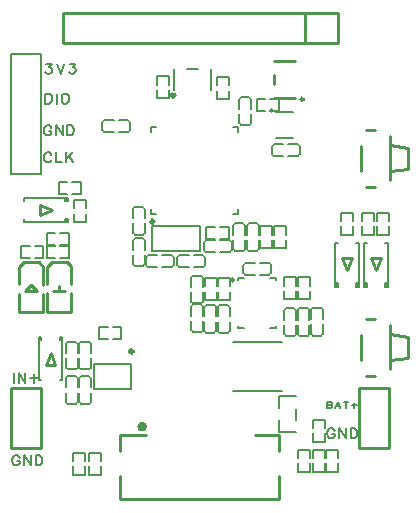
<source format=gto>
G04 Layer: TopSilkscreenLayer*
G04 EasyEDA Pro v2.1.57.773a98f1.225d47, 2024-05-26 20:13:26*
G04 Gerber Generator version 0.3*
G04 Scale: 100 percent, Rotated: No, Reflected: No*
G04 Dimensions in millimeters*
G04 Leading zeros omitted, absolute positions, 3 integers and 5 decimals*
%FSLAX35Y35*%
%MOMM*%
%ADD10C,0.203*%
%ADD11C,0.2*%
%ADD12C,0.254*%
%ADD13C,0.1524*%
%ADD14C,0.2032*%
%ADD15C,0.1549*%
%ADD16C,0.15199*%
%ADD17C,0.25*%
%ADD18C,0.20066*%
%ADD19C,0.29972*%
%ADD20C,0.4*%
%ADD21C,0.3*%
G75*


G04 Text Start*
G54D10*
G01X348488Y-498602D02*
G01X392938Y-498602D01*
G01X368808Y-531114D01*
G01X381000D01*
G01X388874Y-535178D01*
G01X392938Y-539242D01*
G01X397002Y-551434D01*
G01Y-559562D01*
G01X392938Y-571500D01*
G01X384810Y-579628D01*
G01X372872Y-583692D01*
G01X360680D01*
G01X348488Y-579628D01*
G01X344424Y-575564D01*
G01X340360Y-567690D01*
G01X436880Y-498602D02*
G01X469138Y-583692D01*
G01X501650Y-498602D02*
G01X469138Y-583692D01*
G01X549402Y-498602D02*
G01X594106Y-498602D01*
G01X569722Y-531114D01*
G01X581914D01*
G01X590042Y-535178D01*
G01X594106Y-539242D01*
G01X598170Y-551434D01*
G01Y-559562D01*
G01X594106Y-571500D01*
G01X585978Y-579628D01*
G01X573786Y-583692D01*
G01X561594D01*
G01X549402Y-579628D01*
G01X545338Y-575564D01*
G01X541528Y-567690D01*
G01X340360Y-752602D02*
G01X340360Y-837692D01*
G01X340360Y-752602D02*
G01X368808Y-752602D01*
G01X381000Y-756666D01*
G01X388874Y-764794D01*
G01X392938Y-772922D01*
G01X397002Y-785114D01*
G01Y-805434D01*
G01X392938Y-817626D01*
G01X388874Y-825500D01*
G01X381000Y-833628D01*
G01X368808Y-837692D01*
G01X340360D01*
G01X436880Y-752602D02*
G01X436880Y-837692D01*
G01X500888Y-752602D02*
G01X492760Y-756666D01*
G01X484632Y-764794D01*
G01X480568Y-772922D01*
G01X476758Y-785114D01*
G01Y-805434D01*
G01X480568Y-817626D01*
G01X484632Y-825500D01*
G01X492760Y-833628D01*
G01X500888Y-837692D01*
G01X517144D01*
G01X525272Y-833628D01*
G01X533400Y-825500D01*
G01X537464Y-817626D01*
G01X541528Y-805434D01*
G01Y-785114D01*
G01X537464Y-772922D01*
G01X533400Y-764794D01*
G01X525272Y-756666D01*
G01X517144Y-752602D01*
G01X500888D01*
G01X388366Y-1039622D02*
G01X384302Y-1031494D01*
G01X376174Y-1023366D01*
G01X368300Y-1019302D01*
G01X352044D01*
G01X343916Y-1023366D01*
G01X335788Y-1031494D01*
G01X331724Y-1039622D01*
G01X327660Y-1051814D01*
G01Y-1072134D01*
G01X331724Y-1084326D01*
G01X335788Y-1092200D01*
G01X343916Y-1100328D01*
G01X352044Y-1104392D01*
G01X368300D01*
G01X376174Y-1100328D01*
G01X384302Y-1092200D01*
G01X388366Y-1084326D01*
G01Y-1072134D01*
G01X368300Y-1072134D02*
G01X388366Y-1072134D01*
G01X428244Y-1019302D02*
G01X428244Y-1104392D01*
G01X428244Y-1019302D02*
G01X484886Y-1104392D01*
G01X484886Y-1019302D02*
G01X484886Y-1104392D01*
G01X524764Y-1019302D02*
G01X524764Y-1104392D01*
G01X524764Y-1019302D02*
G01X552958Y-1019302D01*
G01X565150Y-1023366D01*
G01X573278Y-1031494D01*
G01X577342Y-1039622D01*
G01X581406Y-1051814D01*
G01Y-1072134D01*
G01X577342Y-1084326D01*
G01X573278Y-1092200D01*
G01X565150Y-1100328D01*
G01X552958Y-1104392D01*
G01X524764D01*
G01X388366Y-1268222D02*
G01X384302Y-1260094D01*
G01X376174Y-1251966D01*
G01X368300Y-1247902D01*
G01X352044D01*
G01X343916Y-1251966D01*
G01X335788Y-1260094D01*
G01X331724Y-1268222D01*
G01X327660Y-1280414D01*
G01Y-1300734D01*
G01X331724Y-1312926D01*
G01X335788Y-1320800D01*
G01X343916Y-1328928D01*
G01X352044Y-1332992D01*
G01X368300D01*
G01X376174Y-1328928D01*
G01X384302Y-1320800D01*
G01X388366Y-1312926D01*
G01X428244Y-1247902D02*
G01X428244Y-1332992D01*
G01X428244Y-1332992D02*
G01X476758Y-1332992D01*
G01X516636Y-1247902D02*
G01X516636Y-1332992D01*
G01X573278Y-1247902D02*
G01X516636Y-1304798D01*
G01X536702Y-1284478D02*
G01X573278Y-1332992D01*
G01X73660Y-3114802D02*
G01X73660Y-3199892D01*
G01X113538Y-3114802D02*
G01X113538Y-3199892D01*
G01X113538Y-3114802D02*
G01X170180Y-3199892D01*
G01X170180Y-3114802D02*
G01X170180Y-3199892D01*
G01X246380Y-3126994D02*
G01X246380Y-3199892D01*
G01X210058Y-3163570D02*
G01X282956Y-3163570D01*
G01X121666Y-3833622D02*
G01X117602Y-3825494D01*
G01X109474Y-3817366D01*
G01X101600Y-3813302D01*
G01X85344D01*
G01X77216Y-3817366D01*
G01X69088Y-3825494D01*
G01X65024Y-3833622D01*
G01X60960Y-3845814D01*
G01Y-3866134D01*
G01X65024Y-3878326D01*
G01X69088Y-3886200D01*
G01X77216Y-3894328D01*
G01X85344Y-3898392D01*
G01X101600D01*
G01X109474Y-3894328D01*
G01X117602Y-3886200D01*
G01X121666Y-3878326D01*
G01Y-3866134D01*
G01X101600Y-3866134D02*
G01X121666Y-3866134D01*
G01X161544Y-3813302D02*
G01X161544Y-3898392D01*
G01X161544Y-3813302D02*
G01X218186Y-3898392D01*
G01X218186Y-3813302D02*
G01X218186Y-3898392D01*
G01X258064Y-3813302D02*
G01X258064Y-3898392D01*
G01X258064Y-3813302D02*
G01X286258Y-3813302D01*
G01X298450Y-3817366D01*
G01X306578Y-3825494D01*
G01X310642Y-3833622D01*
G01X314706Y-3845814D01*
G01Y-3866134D01*
G01X310642Y-3878326D01*
G01X306578Y-3886200D01*
G01X298450Y-3894328D01*
G01X286258Y-3898392D01*
G01X258064D01*
G01X2727960Y-3361690D02*
G01X2727960Y-3414014D01*
G01X2727960Y-3361690D02*
G01X2750312Y-3361690D01*
G01X2757932Y-3364230D01*
G01X2760218Y-3366770D01*
G01X2762758Y-3371850D01*
G01Y-3376676D01*
G01X2760218Y-3381756D01*
G01X2757932Y-3384296D01*
G01X2750312Y-3386836D01*
G01X2727960Y-3386836D02*
G01X2750312Y-3386836D01*
G01X2757932Y-3389122D01*
G01X2760218Y-3391662D01*
G01X2762758Y-3396742D01*
G01Y-3404108D01*
G01X2760218Y-3409188D01*
G01X2757932Y-3411728D01*
G01X2750312Y-3414014D01*
G01X2727960D01*
G01X2814828Y-3361690D02*
G01X2795016Y-3414014D01*
G01X2814828Y-3361690D02*
G01X2834894Y-3414014D01*
G01X2802382Y-3396742D02*
G01X2827274Y-3396742D01*
G01X2884678Y-3361690D02*
G01X2884678Y-3414014D01*
G01X2867152Y-3361690D02*
G01X2901950Y-3361690D01*
G01X2956560Y-3369310D02*
G01X2956560Y-3414014D01*
G01X2934208Y-3391662D02*
G01X2978912Y-3391662D01*
G01X2788666Y-3605022D02*
G01X2784602Y-3596894D01*
G01X2776474Y-3588766D01*
G01X2768600Y-3584702D01*
G01X2752344D01*
G01X2744216Y-3588766D01*
G01X2736088Y-3596894D01*
G01X2732024Y-3605022D01*
G01X2727960Y-3617214D01*
G01Y-3637534D01*
G01X2732024Y-3649726D01*
G01X2736088Y-3657600D01*
G01X2744216Y-3665728D01*
G01X2752344Y-3669792D01*
G01X2768600D01*
G01X2776474Y-3665728D01*
G01X2784602Y-3657600D01*
G01X2788666Y-3649726D01*
G01Y-3637534D01*
G01X2768600Y-3637534D02*
G01X2788666Y-3637534D01*
G01X2828544Y-3584702D02*
G01X2828544Y-3669792D01*
G01X2828544Y-3584702D02*
G01X2885186Y-3669792D01*
G01X2885186Y-3584702D02*
G01X2885186Y-3669792D01*
G01X2925064Y-3584702D02*
G01X2925064Y-3669792D01*
G01X2925064Y-3584702D02*
G01X2953258Y-3584702D01*
G01X2965450Y-3588766D01*
G01X2973578Y-3596894D01*
G01X2977642Y-3605022D01*
G01X2981706Y-3617214D01*
G01Y-3637534D01*
G01X2977642Y-3649726D01*
G01X2973578Y-3657600D01*
G01X2965450Y-3665728D01*
G01X2953258Y-3669792D01*
G01X2925064D01*
G04 Text End*

G04 PolygonModel Start*
G54D11*
G01X2432215Y-906000D02*
G01X2292210Y-906000D01*
G01X2432215Y-1126000D02*
G01X2292210Y-1126000D01*
G01X2253120Y-906579D02*
G03X2252866Y-906579I-127J12502D01*
G54D12*
G01X2272195Y-790006D02*
G01X2452197Y-790006D01*
G01X2272195Y-675008D02*
G01X2272195Y-595005D01*
G01X2272195Y-480004D02*
G01X2452197Y-480004D01*
G01X975005Y-3780803D02*
G01X975005Y-3643005D01*
G01X975005Y-3643005D02*
G01X1193003Y-3643005D01*
G01X2319000Y-3987051D02*
G01X2319000Y-4187005D01*
G01X2319000Y-4187005D02*
G01X975005Y-4187005D01*
G01X975005Y-4187005D02*
G01X975005Y-3987051D01*
G01X2113001Y-3641006D02*
G01X2319000Y-3641006D01*
G01X2319000Y-3641006D02*
G01X2319000Y-3780803D01*
G54D13*
G01X1742694Y-725170D02*
G01X1742694Y-544830D01*
G01X1432306Y-725170D02*
G01X1432306Y-544830D01*
G01X1632966Y-544830D02*
G01X1542034Y-544830D01*
G54D14*
G01X307000Y-1435100D02*
G01X53000Y-1435100D01*
G01X53000Y-1435100D02*
G01X53000Y-419100D01*
G01X53000Y-419100D02*
G01X307000Y-419100D01*
G01X307000Y-419100D02*
G01X307000Y-609600D01*
G01X307000Y-1435100D02*
G01X307000Y-609600D01*
G54D13*
G01X2704160Y-3629421D02*
G01X2704160Y-3701224D01*
G01X2704160Y-3701224D02*
G01X2604440Y-3701224D01*
G01X2604440Y-3701224D02*
G01X2604440Y-3629421D01*
G01X2704160Y-3584179D02*
G01X2704160Y-3512375D01*
G01X2704160Y-3512375D02*
G01X2604440Y-3512375D01*
G01X2604440Y-3512375D02*
G01X2604440Y-3584179D01*
G01X2145360Y-2070130D02*
G01X2145360Y-1991121D01*
G01X2045640Y-1991121D02*
G01X2045640Y-2070130D01*
G01X2060880Y-2085370D02*
G01X2130120Y-2085370D01*
G01X2145360Y-1866870D02*
G01X2145360Y-1945879D01*
G01X2045640Y-1945879D02*
G01X2045640Y-1866870D01*
G01X2060880Y-1851630D02*
G01X2130120Y-1851630D01*
G01X2045640Y-2070130D02*
G03X2060880Y-2085370I15240J0D01*
G01X2130120Y-2085370D02*
G03X2145360Y-2070130I0J15240D01*
G01X2045640Y-1866870D02*
G02X2060880Y-1851630I15240J0D01*
G01X2130120Y-1851630D02*
G02X2145360Y-1866870I0J-15240D01*
G01X2259660Y-1991121D02*
G01X2259660Y-2062924D01*
G01X2259660Y-2062924D02*
G01X2159940Y-2062924D01*
G01X2159940Y-2062924D02*
G01X2159940Y-1991121D01*
G01X2259660Y-1945879D02*
G01X2259660Y-1874075D01*
G01X2259660Y-1874075D02*
G01X2159940Y-1874075D01*
G01X2159940Y-1874075D02*
G01X2159940Y-1945879D01*
G01X2274240Y-1945879D02*
G01X2274240Y-1874075D01*
G01X2274240Y-1874075D02*
G01X2373960Y-1874075D01*
G01X2373960Y-1874075D02*
G01X2373960Y-1945879D01*
G01X2274240Y-1991121D02*
G01X2274240Y-2062924D01*
G01X2274240Y-2062924D02*
G01X2373960Y-2062924D01*
G01X2373960Y-2062924D02*
G01X2373960Y-1991121D01*
G01X626775Y-3160773D02*
G01X626775Y-3239782D01*
G01X726495Y-3239782D02*
G01X726495Y-3160773D01*
G01X711255Y-3145533D02*
G01X642015Y-3145533D01*
G01X626775Y-3364034D02*
G01X626775Y-3285025D01*
G01X726495Y-3285025D02*
G01X726495Y-3364034D01*
G01X711255Y-3379274D02*
G01X642015Y-3379274D01*
G01X726495Y-3160773D02*
G03X711255Y-3145533I-15240J0D01*
G01X642015Y-3145533D02*
G03X626775Y-3160773I0J-15240D01*
G01X726495Y-3364034D02*
G02X711255Y-3379274I-15240J0D01*
G01X642015Y-3379274D02*
G02X626775Y-3364034I0J15240D01*
G01X512475Y-3160773D02*
G01X512475Y-3239782D01*
G01X612195Y-3239782D02*
G01X612195Y-3160773D01*
G01X596955Y-3145533D02*
G01X527715Y-3145533D01*
G01X512475Y-3364034D02*
G01X512475Y-3285025D01*
G01X612195Y-3285025D02*
G01X612195Y-3364034D01*
G01X596955Y-3379274D02*
G01X527715Y-3379274D01*
G01X612195Y-3160773D02*
G03X596955Y-3145533I-15240J0D01*
G01X527715Y-3145533D02*
G03X512475Y-3160773I0J-15240D01*
G01X612195Y-3364034D02*
G02X596955Y-3379274I-15240J0D01*
G01X527715Y-3379274D02*
G02X512475Y-3364034I0J15240D01*
G01X612195Y-3071934D02*
G01X612195Y-2992925D01*
G01X512475Y-2992925D02*
G01X512475Y-3071934D01*
G01X527715Y-3087174D02*
G01X596955Y-3087174D01*
G01X612195Y-2868673D02*
G01X612195Y-2947682D01*
G01X512475Y-2947682D02*
G01X512475Y-2868673D01*
G01X527715Y-2853433D02*
G01X596955Y-2853433D01*
G01X512475Y-3071934D02*
G03X527715Y-3087174I15240J0D01*
G01X596955Y-3087174D02*
G03X612195Y-3071934I0J15240D01*
G01X512475Y-2868673D02*
G02X527715Y-2853433I15240J0D01*
G01X596955Y-2853433D02*
G02X612195Y-2868673I0J-15240D01*
G01X726495Y-3071934D02*
G01X726495Y-2992925D01*
G01X626775Y-2992925D02*
G01X626775Y-3071934D01*
G01X642015Y-3087174D02*
G01X711255Y-3087174D01*
G01X726495Y-2868673D02*
G01X726495Y-2947682D01*
G01X626775Y-2947682D02*
G01X626775Y-2868673D01*
G01X642015Y-2853433D02*
G01X711255Y-2853433D01*
G01X626775Y-3071934D02*
G03X642015Y-3087174I15240J0D01*
G01X711255Y-3087174D02*
G03X726495Y-3071934I0J15240D01*
G01X626775Y-2868673D02*
G02X642015Y-2853433I15240J0D01*
G01X711255Y-2853433D02*
G02X726495Y-2868673I0J-15240D01*
G01X911621Y-2731440D02*
G01X983425Y-2731440D01*
G01X983425Y-2731440D02*
G01X983425Y-2831160D01*
G01X983425Y-2831160D02*
G01X911621Y-2831160D01*
G01X866379Y-2731440D02*
G01X794576Y-2731440D01*
G01X794576Y-2731440D02*
G01X794576Y-2831160D01*
G01X794576Y-2831160D02*
G01X866379Y-2831160D01*
G54D12*
G01X355473Y-2444623D02*
G01X355473Y-2599563D01*
G01X355473Y-2599563D02*
G01X558673Y-2599563D01*
G01X558673Y-2599563D02*
G01X558673Y-2444623D01*
G01X352933Y-2365883D02*
G01X352933Y-2218563D01*
G01X352933Y-2218563D02*
G01X393573Y-2177923D01*
G01X393573Y-2177923D02*
G01X520573Y-2177923D01*
G01X520573Y-2177923D02*
G01X558673Y-2216023D01*
G01X558673Y-2216023D02*
G01X558673Y-2368423D01*
G01X507200Y-2420300D02*
G01X407175Y-2420300D01*
G01X457200Y-2410308D02*
G01X457200Y-2383409D01*
G54D13*
G01X467121Y-1931340D02*
G01X538925Y-1931340D01*
G01X538925Y-1931340D02*
G01X538925Y-2031060D01*
G01X538925Y-2031060D02*
G01X467121Y-2031060D01*
G01X421879Y-1931340D02*
G01X350076Y-1931340D01*
G01X350076Y-1931340D02*
G01X350076Y-2031060D01*
G01X350076Y-2031060D02*
G01X421879Y-2031060D01*
G01X205979Y-2145360D02*
G01X134176Y-2145360D01*
G01X134176Y-2145360D02*
G01X134176Y-2045640D01*
G01X134176Y-2045640D02*
G01X205979Y-2045640D01*
G01X251221Y-2145360D02*
G01X323025Y-2145360D01*
G01X323025Y-2145360D02*
G01X323025Y-2045640D01*
G01X323025Y-2045640D02*
G01X251221Y-2045640D01*
G01X421879Y-2145360D02*
G01X350076Y-2145360D01*
G01X350076Y-2145360D02*
G01X350076Y-2045640D01*
G01X350076Y-2045640D02*
G01X421879Y-2045640D01*
G01X467121Y-2145360D02*
G01X538925Y-2145360D01*
G01X538925Y-2145360D02*
G01X538925Y-2045640D01*
G01X538925Y-2045640D02*
G01X467121Y-2045640D01*
G54D16*
G01X2817581Y-2356178D02*
G01X2817581Y-2387100D01*
G01X2973608Y-2356178D02*
G01X2973608Y-2387100D01*
G01X2973608Y-2366203D02*
G01X2995595Y-2366203D01*
G01X2795595Y-2366203D02*
G01X2817581Y-2366203D01*
G01X2817581Y-2376231D02*
G01X2795595Y-2376231D01*
G01X2995595Y-2376231D02*
G01X2973608Y-2376231D01*
G01X2973608Y-2356178D02*
G01X2995595Y-2356178D01*
G01X2795595Y-2356178D02*
G01X2817581Y-2356178D01*
G01X2817581Y-2017100D02*
G01X2795595Y-2017100D01*
G01X2795595Y-2017100D02*
G01X2795595Y-2077100D01*
G01X2973608Y-2387100D02*
G01X2995595Y-2387100D01*
G01X2995595Y-2387100D02*
G01X2995595Y-2037100D01*
G01X2995595Y-2037100D02*
G01X2995595Y-2017100D01*
G01X2995595Y-2017100D02*
G01X2973608Y-2017100D01*
G01X2795595Y-2057100D02*
G01X2795595Y-2387100D01*
G01X2795595Y-2387100D02*
G01X2817581Y-2387100D01*
G54D12*
G01X2895595Y-2247900D02*
G01X2854955Y-2146300D01*
G01X2854955Y-2146300D02*
G01X2936235Y-2146300D01*
G01X2936235Y-2146300D02*
G01X2895595Y-2247900D01*
G54D13*
G01X2945460Y-1876821D02*
G01X2945460Y-1948624D01*
G01X2945460Y-1948624D02*
G01X2845740Y-1948624D01*
G01X2845740Y-1948624D02*
G01X2845740Y-1876821D01*
G01X2945460Y-1831579D02*
G01X2945460Y-1759775D01*
G01X2945460Y-1759775D02*
G01X2845740Y-1759775D01*
G01X2845740Y-1759775D02*
G01X2845740Y-1831579D01*
G01X2477440Y-2377679D02*
G01X2477440Y-2305875D01*
G01X2477440Y-2305875D02*
G01X2577160Y-2305875D01*
G01X2577160Y-2305875D02*
G01X2577160Y-2377679D01*
G01X2477440Y-2422921D02*
G01X2477440Y-2494724D01*
G01X2477440Y-2494724D02*
G01X2577160Y-2494724D01*
G01X2577160Y-2494724D02*
G01X2577160Y-2422921D01*
G01X3150540Y-1831579D02*
G01X3150540Y-1759775D01*
G01X3150540Y-1759775D02*
G01X3250260Y-1759775D01*
G01X3250260Y-1759775D02*
G01X3250260Y-1831579D01*
G01X3150540Y-1876821D02*
G01X3150540Y-1948624D01*
G01X3150540Y-1948624D02*
G01X3250260Y-1948624D01*
G01X3250260Y-1948624D02*
G01X3250260Y-1876821D01*
G01X3123260Y-1876821D02*
G01X3123260Y-1948624D01*
G01X3123260Y-1948624D02*
G01X3023540Y-1948624D01*
G01X3023540Y-1948624D02*
G01X3023540Y-1876821D01*
G01X3123260Y-1831579D02*
G01X3123260Y-1759775D01*
G01X3123260Y-1759775D02*
G01X3023540Y-1759775D01*
G01X3023540Y-1759775D02*
G01X3023540Y-1831579D01*
G54D12*
G01X3260114Y-3009982D02*
G01X3409974Y-2989916D01*
G01X3260114Y-2790018D02*
G01X3409974Y-2810084D01*
G01X3409974Y-2810084D02*
G01X3409974Y-2989916D01*
G01X3056406Y-3140030D02*
G01X3127018Y-3140030D01*
G01X3056406Y-2659970D02*
G01X3127018Y-2659970D01*
G01X3259860Y-2810084D02*
G01X3259860Y-2713056D01*
G01X3259860Y-2713056D02*
G01X3259860Y-2810084D01*
G01X3259860Y-2810084D02*
G01X3259860Y-2989916D01*
G01X3259860Y-2989916D02*
G01X3259860Y-3086944D01*
G01X3009924Y-2795098D02*
G01X3009924Y-3004902D01*
G54D16*
G01X3058881Y-2356178D02*
G01X3058881Y-2387100D01*
G01X3214908Y-2356178D02*
G01X3214908Y-2387100D01*
G01X3214908Y-2366203D02*
G01X3236895Y-2366203D01*
G01X3036895Y-2366203D02*
G01X3058881Y-2366203D01*
G01X3058881Y-2376231D02*
G01X3036895Y-2376231D01*
G01X3236895Y-2376231D02*
G01X3214908Y-2376231D01*
G01X3214908Y-2356178D02*
G01X3236895Y-2356178D01*
G01X3036895Y-2356178D02*
G01X3058881Y-2356178D01*
G01X3058881Y-2017100D02*
G01X3036895Y-2017100D01*
G01X3036895Y-2017100D02*
G01X3036895Y-2077100D01*
G01X3214908Y-2387100D02*
G01X3236895Y-2387100D01*
G01X3236895Y-2387100D02*
G01X3236895Y-2037100D01*
G01X3236895Y-2037100D02*
G01X3236895Y-2017100D01*
G01X3236895Y-2017100D02*
G01X3214908Y-2017100D01*
G01X3036895Y-2057100D02*
G01X3036895Y-2387100D01*
G01X3036895Y-2387100D02*
G01X3058881Y-2387100D01*
G54D12*
G01X3136895Y-2247900D02*
G01X3096255Y-2146300D01*
G01X3096255Y-2146300D02*
G01X3177535Y-2146300D01*
G01X3177535Y-2146300D02*
G01X3136895Y-2247900D01*
G54D13*
G01X2341118Y-3266948D02*
G01X2341118Y-3268218D01*
G01X2341118Y-3268218D02*
G01X1926082Y-3268218D01*
G01X1926082Y-3268218D02*
G01X1926082Y-3266948D01*
G01X2341118Y-2854452D02*
G01X2341118Y-2853182D01*
G01X2341118Y-2853182D02*
G01X1926082Y-2853182D01*
G01X1926082Y-2853182D02*
G01X1926082Y-2854452D01*
G01X2461739Y-2789458D02*
G01X2461739Y-2710449D01*
G01X2362019Y-2710449D02*
G01X2362019Y-2789458D01*
G01X2377259Y-2804698D02*
G01X2446499Y-2804698D01*
G01X2461739Y-2586197D02*
G01X2461739Y-2665206D01*
G01X2362019Y-2665206D02*
G01X2362019Y-2586197D01*
G01X2377259Y-2570957D02*
G01X2446499Y-2570957D01*
G01X2362019Y-2789458D02*
G03X2377259Y-2804698I15240J0D01*
G01X2446499Y-2804698D02*
G03X2461739Y-2789458I0J15240D01*
G01X2362019Y-2586197D02*
G02X2377259Y-2570957I15240J0D01*
G01X2446499Y-2570957D02*
G02X2461739Y-2586197I0J-15240D01*
G01X2690339Y-2785750D02*
G01X2690339Y-2706740D01*
G01X2590619Y-2706740D02*
G01X2590619Y-2785750D01*
G01X2605859Y-2800990D02*
G01X2675099Y-2800990D01*
G01X2690339Y-2582489D02*
G01X2690339Y-2661498D01*
G01X2590619Y-2661498D02*
G01X2590619Y-2582489D01*
G01X2605859Y-2567249D02*
G01X2675099Y-2567249D01*
G01X2590619Y-2785750D02*
G03X2605859Y-2800990I15240J0D01*
G01X2675099Y-2800990D02*
G03X2690339Y-2785750I0J15240D01*
G01X2590619Y-2582489D02*
G02X2605859Y-2567249I15240J0D01*
G01X2675099Y-2567249D02*
G02X2690339Y-2582489I0J-15240D01*
G01X2576039Y-2789458D02*
G01X2576039Y-2710449D01*
G01X2476319Y-2710449D02*
G01X2476319Y-2789458D01*
G01X2491559Y-2804698D02*
G01X2560799Y-2804698D01*
G01X2576039Y-2586197D02*
G01X2576039Y-2665206D01*
G01X2476319Y-2665206D02*
G01X2476319Y-2586197D01*
G01X2491559Y-2570957D02*
G01X2560799Y-2570957D01*
G01X2476319Y-2789458D02*
G03X2491559Y-2804698I15240J0D01*
G01X2560799Y-2804698D02*
G03X2576039Y-2789458I0J15240D01*
G01X2476319Y-2586197D02*
G02X2491559Y-2570957I15240J0D01*
G01X2560799Y-2570957D02*
G02X2576039Y-2586197I0J-15240D01*
G01X2235230Y-2185340D02*
G01X2156221Y-2185340D01*
G01X2156221Y-2285060D02*
G01X2235230Y-2285060D01*
G01X2250470Y-2269820D02*
G01X2250470Y-2200580D01*
G01X2031970Y-2185340D02*
G01X2110979Y-2185340D01*
G01X2110979Y-2285060D02*
G01X2031970Y-2285060D01*
G01X2016730Y-2269820D02*
G01X2016730Y-2200580D01*
G01X2235230Y-2285060D02*
G03X2250470Y-2269820I0J15240D01*
G01X2250470Y-2200580D02*
G03X2235230Y-2185340I-15240J0D01*
G01X2031970Y-2285060D02*
G02X2016730Y-2269820I0J15240D01*
G01X2016730Y-2200580D02*
G02X2031970Y-2185340I15240J0D01*
G01X1804389Y-2384739D02*
G01X1804389Y-2312936D01*
G01X1804389Y-2312936D02*
G01X1904110Y-2312936D01*
G01X1904110Y-2312936D02*
G01X1904110Y-2384739D01*
G01X1804389Y-2429982D02*
G01X1804389Y-2501785D01*
G01X1804389Y-2501785D02*
G01X1904110Y-2501785D01*
G01X1904110Y-2501785D02*
G01X1904110Y-2429982D01*
G01X1690089Y-2384739D02*
G01X1690089Y-2312936D01*
G01X1690089Y-2312936D02*
G01X1789810Y-2312936D01*
G01X1789810Y-2312936D02*
G01X1789810Y-2384739D01*
G01X1690089Y-2429982D02*
G01X1690089Y-2501785D01*
G01X1690089Y-2501785D02*
G01X1789810Y-2501785D01*
G01X1789810Y-2501785D02*
G01X1789810Y-2429982D01*
G01X1675460Y-2755930D02*
G01X1675460Y-2676921D01*
G01X1575740Y-2676921D02*
G01X1575740Y-2755930D01*
G01X1590980Y-2771170D02*
G01X1660220Y-2771170D01*
G01X1675460Y-2552670D02*
G01X1675460Y-2631679D01*
G01X1575740Y-2631679D02*
G01X1575740Y-2552670D01*
G01X1590980Y-2537430D02*
G01X1660220Y-2537430D01*
G01X1575740Y-2755930D02*
G03X1590980Y-2771170I15240J0D01*
G01X1660220Y-2771170D02*
G03X1675460Y-2755930I0J15240D01*
G01X1575740Y-2552670D02*
G02X1590980Y-2537430I15240J0D01*
G01X1660220Y-2537430D02*
G02X1675460Y-2552670I0J-15240D01*
G01X1784630Y-2761337D02*
G01X1784630Y-2682328D01*
G01X1684910Y-2682328D02*
G01X1684910Y-2761337D01*
G01X1700150Y-2776577D02*
G01X1769390Y-2776577D01*
G01X1784630Y-2558076D02*
G01X1784630Y-2637085D01*
G01X1684910Y-2637085D02*
G01X1684910Y-2558076D01*
G01X1700150Y-2542836D02*
G01X1769390Y-2542836D01*
G01X1684910Y-2761337D02*
G03X1700150Y-2776577I15240J0D01*
G01X1769390Y-2776577D02*
G03X1784630Y-2761337I0J15240D01*
G01X1684910Y-2558076D02*
G02X1700150Y-2542836I15240J0D01*
G01X1769390Y-2542836D02*
G02X1784630Y-2558076I0J-15240D01*
G01X1898930Y-2761337D02*
G01X1898930Y-2682328D01*
G01X1799210Y-2682328D02*
G01X1799210Y-2761337D01*
G01X1814450Y-2776577D02*
G01X1883690Y-2776577D01*
G01X1898930Y-2558076D02*
G01X1898930Y-2637085D01*
G01X1799210Y-2637085D02*
G01X1799210Y-2558076D01*
G01X1814450Y-2542836D02*
G01X1883690Y-2542836D01*
G01X1799210Y-2761337D02*
G03X1814450Y-2776577I15240J0D01*
G01X1883690Y-2776577D02*
G03X1898930Y-2761337I0J15240D01*
G01X1799210Y-2558076D02*
G02X1814450Y-2542836I15240J0D01*
G01X1883690Y-2542836D02*
G02X1898930Y-2558076I0J-15240D01*
G01X1575789Y-2309439D02*
G01X1575789Y-2388448D01*
G01X1675510Y-2388448D02*
G01X1675510Y-2309439D01*
G01X1660270Y-2294199D02*
G01X1591029Y-2294199D01*
G01X1575789Y-2512700D02*
G01X1575789Y-2433690D01*
G01X1675510Y-2433690D02*
G01X1675510Y-2512700D01*
G01X1660270Y-2527940D02*
G01X1591029Y-2527940D01*
G01X1675510Y-2309439D02*
G03X1660270Y-2294199I-15240J0D01*
G01X1591029Y-2294199D02*
G03X1575789Y-2309439I0J-15240D01*
G01X1675510Y-2512700D02*
G02X1660270Y-2527940I-15240J0D01*
G01X1591029Y-2527940D02*
G02X1575789Y-2512700I0J15240D01*
G54D11*
G01X2243876Y-2735216D02*
G01X2293876Y-2735216D01*
G01X2293876Y-2735216D02*
G01X2293876Y-2718216D01*
G01X2023877Y-2735216D02*
G01X1973877Y-2735216D01*
G01X1973877Y-2735216D02*
G01X1973877Y-2718216D01*
G01X2243876Y-2315217D02*
G01X2293876Y-2315217D01*
G01X2293876Y-2315217D02*
G01X2293876Y-2332217D01*
G01X1973877Y-2332217D02*
G01X1973877Y-2315217D01*
G01X1973877Y-2315217D02*
G01X2023877Y-2315217D01*
G54D17*
G01X1936264Y-2330144D02*
G03X1936264Y-2330398I-12502J-127D01*
G54D13*
G01X1065554Y-3039955D02*
G01X1065554Y-3254234D01*
G01X1065554Y-3254234D02*
G01X750315Y-3254234D01*
G01X750315Y-3254234D02*
G01X750315Y-3039955D01*
G01X750315Y-3039955D02*
G01X1065554Y-3039955D01*
G01X2577160Y-3883421D02*
G01X2577160Y-3955224D01*
G01X2577160Y-3955224D02*
G01X2477440Y-3955224D01*
G01X2477440Y-3955224D02*
G01X2477440Y-3883421D01*
G01X2577160Y-3838179D02*
G01X2577160Y-3766375D01*
G01X2577160Y-3766375D02*
G01X2477440Y-3766375D01*
G01X2477440Y-3766375D02*
G01X2477440Y-3838179D01*
G01X2704160Y-3883421D02*
G01X2704160Y-3955224D01*
G01X2704160Y-3955224D02*
G01X2604440Y-3955224D01*
G01X2604440Y-3955224D02*
G01X2604440Y-3883421D01*
G01X2704160Y-3838179D02*
G01X2704160Y-3766375D01*
G01X2704160Y-3766375D02*
G01X2604440Y-3766375D01*
G01X2604440Y-3766375D02*
G01X2604440Y-3838179D01*
G01X2818460Y-3883421D02*
G01X2818460Y-3955224D01*
G01X2818460Y-3955224D02*
G01X2718740Y-3955224D01*
G01X2718740Y-3955224D02*
G01X2718740Y-3883421D01*
G01X2818460Y-3838179D02*
G01X2818460Y-3766375D01*
G01X2818460Y-3766375D02*
G01X2718740Y-3766375D01*
G01X2718740Y-3766375D02*
G01X2718740Y-3838179D01*
G01X811860Y-3908821D02*
G01X811860Y-3980624D01*
G01X811860Y-3980624D02*
G01X712140Y-3980624D01*
G01X712140Y-3980624D02*
G01X712140Y-3908821D01*
G01X811860Y-3863579D02*
G01X811860Y-3791775D01*
G01X811860Y-3791775D02*
G01X712140Y-3791775D01*
G01X712140Y-3791775D02*
G01X712140Y-3863579D01*
G01X672160Y-3908821D02*
G01X672160Y-3980624D01*
G01X672160Y-3980624D02*
G01X572440Y-3980624D01*
G01X572440Y-3980624D02*
G01X572440Y-3908821D01*
G01X672160Y-3863579D02*
G01X672160Y-3791775D01*
G01X672160Y-3791775D02*
G01X572440Y-3791775D01*
G01X572440Y-3791775D02*
G01X572440Y-3863579D01*
G01X2460221Y-3314479D02*
G01X2314979Y-3314479D01*
G01X2314979Y-3314479D02*
G01X2314979Y-3417641D01*
G01X2460221Y-3619721D02*
G01X2314979Y-3619721D01*
G01X2314979Y-3619721D02*
G01X2314979Y-3516559D01*
G01X2460221Y-3421560D02*
G01X2460221Y-3512640D01*
G54D12*
G01X3260114Y-1409982D02*
G01X3409974Y-1389916D01*
G01X3260114Y-1190018D02*
G01X3409974Y-1210084D01*
G01X3409974Y-1210084D02*
G01X3409974Y-1389916D01*
G01X3056406Y-1540030D02*
G01X3127018Y-1540030D01*
G01X3056406Y-1059970D02*
G01X3127018Y-1059970D01*
G01X3259860Y-1210084D02*
G01X3259860Y-1113056D01*
G01X3259860Y-1113056D02*
G01X3259860Y-1210084D01*
G01X3259860Y-1210084D02*
G01X3259860Y-1389916D01*
G01X3259860Y-1389916D02*
G01X3259860Y-1486944D01*
G01X3009924Y-1195098D02*
G01X3009924Y-1404902D01*
G54D13*
G01X2476530Y-1182040D02*
G01X2397521Y-1182040D01*
G01X2397521Y-1281760D02*
G01X2476530Y-1281760D01*
G01X2491770Y-1266520D02*
G01X2491770Y-1197280D01*
G01X2273270Y-1182040D02*
G01X2352279Y-1182040D01*
G01X2352279Y-1281760D02*
G01X2273270Y-1281760D01*
G01X2258030Y-1266520D02*
G01X2258030Y-1197280D01*
G01X2476530Y-1281760D02*
G03X2491770Y-1266520I0J15240D01*
G01X2491770Y-1197280D02*
G03X2476530Y-1182040I-15240J0D01*
G01X2273270Y-1281760D02*
G02X2258030Y-1266520I0J15240D01*
G01X2258030Y-1197280D02*
G02X2273270Y-1182040I15240J0D01*
G01X523479Y-1599260D02*
G01X451676Y-1599260D01*
G01X451676Y-1599260D02*
G01X451676Y-1499540D01*
G01X451676Y-1499540D02*
G01X523479Y-1499540D01*
G01X568721Y-1599260D02*
G01X640525Y-1599260D01*
G01X640525Y-1599260D02*
G01X640525Y-1499540D01*
G01X640525Y-1499540D02*
G01X568721Y-1499540D01*
G01X1676430Y-2121840D02*
G01X1597421Y-2121840D01*
G01X1597421Y-2221560D02*
G01X1676430Y-2221560D01*
G01X1691670Y-2206320D02*
G01X1691670Y-2137080D01*
G01X1473170Y-2121840D02*
G01X1552179Y-2121840D01*
G01X1552179Y-2221560D02*
G01X1473170Y-2221560D01*
G01X1457930Y-2206320D02*
G01X1457930Y-2137080D01*
G01X1676430Y-2221560D02*
G03X1691670Y-2206320I0J15240D01*
G01X1691670Y-2137080D02*
G03X1676430Y-2121840I-15240J0D01*
G01X1473170Y-2221560D02*
G02X1457930Y-2206320I0J15240D01*
G01X1457930Y-2137080D02*
G02X1473170Y-2121840I15240J0D01*
G01X1206470Y-2221560D02*
G01X1285479Y-2221560D01*
G01X1285479Y-2121840D02*
G01X1206470Y-2121840D01*
G01X1191230Y-2137080D02*
G01X1191230Y-2206320D01*
G01X1409730Y-2221560D02*
G01X1330721Y-2221560D01*
G01X1330721Y-2121840D02*
G01X1409730Y-2121840D01*
G01X1424970Y-2137080D02*
G01X1424970Y-2206320D01*
G01X1206470Y-2121840D02*
G03X1191230Y-2137080I0J-15240D01*
G01X1191230Y-2206320D02*
G03X1206470Y-2221560I15240J0D01*
G01X1409730Y-2121840D02*
G02X1424970Y-2137080I0J-15240D01*
G01X1424970Y-2206320D02*
G02X1409730Y-2221560I-15240J0D01*
G01X1244854Y-2089150D02*
G01X1244854Y-1873250D01*
G01X1244854Y-1873250D02*
G01X1650746Y-1873250D01*
G01X1650746Y-1873250D02*
G01X1650746Y-2089150D01*
G01X1650746Y-2089150D02*
G01X1244854Y-2089150D01*
G01X1698061Y-2094560D02*
G01X1777070Y-2094560D01*
G01X1777070Y-1994840D02*
G01X1698061Y-1994840D01*
G01X1682821Y-2010080D02*
G01X1682821Y-2079320D01*
G01X1901322Y-2094560D02*
G01X1822313Y-2094560D01*
G01X1822313Y-1994840D02*
G01X1901322Y-1994840D01*
G01X1916562Y-2010080D02*
G01X1916562Y-2079320D01*
G01X1698061Y-1994840D02*
G03X1682821Y-2010080I0J-15240D01*
G01X1682821Y-2079320D02*
G03X1698061Y-2094560I15240J0D01*
G01X1901322Y-1994840D02*
G02X1916562Y-2010080I0J-15240D01*
G01X1916562Y-2079320D02*
G02X1901322Y-2094560I-15240J0D01*
G01X1820840Y-1880540D02*
G01X1892643Y-1880540D01*
G01X1892643Y-1880540D02*
G01X1892643Y-1980260D01*
G01X1892643Y-1980260D02*
G01X1820840Y-1980260D01*
G01X1775597Y-1880540D02*
G01X1703794Y-1880540D01*
G01X1703794Y-1880540D02*
G01X1703794Y-1980260D01*
G01X1703794Y-1980260D02*
G01X1775597Y-1980260D01*
G01X1080440Y-1993870D02*
G01X1080440Y-2072879D01*
G01X1180160Y-2072879D02*
G01X1180160Y-1993870D01*
G01X1164920Y-1978630D02*
G01X1095680Y-1978630D01*
G01X1080440Y-2197130D02*
G01X1080440Y-2118121D01*
G01X1180160Y-2118121D02*
G01X1180160Y-2197130D01*
G01X1164920Y-2212370D02*
G01X1095680Y-2212370D01*
G01X1180160Y-1993870D02*
G03X1164920Y-1978630I-15240J0D01*
G01X1095680Y-1978630D02*
G03X1080440Y-1993870I0J-15240D01*
G01X1180160Y-2197130D02*
G02X1164920Y-2212370I-15240J0D01*
G01X1095680Y-2212370D02*
G02X1080440Y-2197130I0J15240D01*
G01X579958Y-1722460D02*
G01X579958Y-1650657D01*
G01X579958Y-1650657D02*
G01X679679Y-1650657D01*
G01X679679Y-1650657D02*
G01X679679Y-1722460D01*
G01X579958Y-1767703D02*
G01X579958Y-1839506D01*
G01X579958Y-1839506D02*
G01X679679Y-1839506D01*
G01X679679Y-1839506D02*
G01X679679Y-1767703D01*
G54D16*
G01X501978Y-1817919D02*
G01X532900Y-1817919D01*
G01X501978Y-1661892D02*
G01X532900Y-1661892D01*
G01X512003Y-1661892D02*
G01X512003Y-1639905D01*
G01X512003Y-1839905D02*
G01X512003Y-1817919D01*
G01X522031Y-1817919D02*
G01X522031Y-1839905D01*
G01X522031Y-1639905D02*
G01X522031Y-1661892D01*
G01X501978Y-1661892D02*
G01X501978Y-1639905D01*
G01X501978Y-1839905D02*
G01X501978Y-1817919D01*
G01X162900Y-1817919D02*
G01X162900Y-1839905D01*
G01X162900Y-1839905D02*
G01X222900Y-1839905D01*
G01X532900Y-1661892D02*
G01X532900Y-1639905D01*
G01X532900Y-1639905D02*
G01X182900Y-1639905D01*
G01X182900Y-1639905D02*
G01X162900Y-1639905D01*
G01X162900Y-1639905D02*
G01X162900Y-1661892D01*
G01X202900Y-1839905D02*
G01X532900Y-1839905D01*
G01X532900Y-1839905D02*
G01X532900Y-1817919D01*
G54D12*
G01X393700Y-1739905D02*
G01X292100Y-1780545D01*
G01X292100Y-1780545D02*
G01X292100Y-1699265D01*
G01X292100Y-1699265D02*
G01X393700Y-1739905D01*
G54D18*
G01X1970078Y-1729806D02*
G01X1970078Y-1772478D01*
G01X1970078Y-1772478D02*
G01X1927406Y-1772478D01*
G01X1970078Y-1074994D02*
G01X1970078Y-1032322D01*
G01X1970078Y-1032322D02*
G01X1927406Y-1032322D01*
G01X1229922Y-1074994D02*
G01X1229922Y-1032322D01*
G01X1229922Y-1032322D02*
G01X1272594Y-1032322D01*
G01X1272594Y-1772478D02*
G01X1229922Y-1772478D01*
G01X1229922Y-1772478D02*
G01X1229922Y-1729806D01*
G54D19*
G01X1244908Y-1822516D02*
G03X1245162Y-1822516I127J-15003D01*
G54D13*
G01X2245121Y-801040D02*
G01X2316925Y-801040D01*
G01X2316925Y-801040D02*
G01X2316925Y-900760D01*
G01X2316925Y-900760D02*
G01X2245121Y-900760D01*
G01X2199879Y-801040D02*
G01X2128076Y-801040D01*
G01X2128076Y-801040D02*
G01X2128076Y-900760D01*
G01X2128076Y-900760D02*
G01X2199879Y-900760D01*
G01X1080440Y-1727170D02*
G01X1080440Y-1806179D01*
G01X1180160Y-1806179D02*
G01X1180160Y-1727170D01*
G01X1164920Y-1711930D02*
G01X1095680Y-1711930D01*
G01X1080440Y-1930430D02*
G01X1080440Y-1851421D01*
G01X1180160Y-1851421D02*
G01X1180160Y-1930430D01*
G01X1164920Y-1945670D02*
G01X1095680Y-1945670D01*
G01X1180160Y-1727170D02*
G03X1164920Y-1711930I-15240J0D01*
G01X1095680Y-1711930D02*
G03X1080440Y-1727170I0J-15240D01*
G01X1180160Y-1930430D02*
G02X1164920Y-1945670I-15240J0D01*
G01X1095680Y-1945670D02*
G02X1080440Y-1930430I0J15240D01*
G01X2081860Y-1003330D02*
G01X2081860Y-924321D01*
G01X1982140Y-924321D02*
G01X1982140Y-1003330D01*
G01X1997380Y-1018570D02*
G01X2066620Y-1018570D01*
G01X2081860Y-800070D02*
G01X2081860Y-879079D01*
G01X1982140Y-879079D02*
G01X1982140Y-800070D01*
G01X1997380Y-784830D02*
G01X2066620Y-784830D01*
G01X1982140Y-1003330D02*
G03X1997380Y-1018570I15240J0D01*
G01X2066620Y-1018570D02*
G03X2081860Y-1003330I0J15240D01*
G01X1982140Y-800070D02*
G02X1997380Y-784830I15240J0D01*
G01X2066620Y-784830D02*
G02X2081860Y-800070I0J-15240D01*
G01X1041430Y-978840D02*
G01X962421Y-978840D01*
G01X962421Y-1078560D02*
G01X1041430Y-1078560D01*
G01X1056670Y-1063320D02*
G01X1056670Y-994080D01*
G01X838170Y-978840D02*
G01X917179Y-978840D01*
G01X917179Y-1078560D02*
G01X838170Y-1078560D01*
G01X822930Y-1063320D02*
G01X822930Y-994080D01*
G01X1041430Y-1078560D02*
G03X1056670Y-1063320I0J15240D01*
G01X1056670Y-994080D02*
G03X1041430Y-978840I-15240J0D01*
G01X838170Y-1078560D02*
G02X822930Y-1063320I0J15240D01*
G01X822930Y-994080D02*
G02X838170Y-978840I15240J0D01*
G01X1931340Y-1866870D02*
G01X1931340Y-1945879D01*
G01X2031060Y-1945879D02*
G01X2031060Y-1866870D01*
G01X2015820Y-1851630D02*
G01X1946580Y-1851630D01*
G01X1931340Y-2070130D02*
G01X1931340Y-1991121D01*
G01X2031060Y-1991121D02*
G01X2031060Y-2070130D01*
G01X2015820Y-2085370D02*
G01X1946580Y-2085370D01*
G01X2031060Y-1866870D02*
G03X2015820Y-1851630I-15240J0D01*
G01X1946580Y-1851630D02*
G03X1931340Y-1866870I0J-15240D01*
G01X2031060Y-2070130D02*
G02X2015820Y-2085370I-15240J0D01*
G01X1946580Y-2085370D02*
G02X1931340Y-2070130I0J15240D01*
G01X1891360Y-726303D02*
G01X1891360Y-798106D01*
G01X1891360Y-798106D02*
G01X1791640Y-798106D01*
G01X1791640Y-798106D02*
G01X1791640Y-726303D01*
G01X1891360Y-681060D02*
G01X1891360Y-609257D01*
G01X1891360Y-609257D02*
G01X1791640Y-609257D01*
G01X1791640Y-609257D02*
G01X1791640Y-681060D01*
G01X1383360Y-721121D02*
G01X1383360Y-792924D01*
G01X1383360Y-792924D02*
G01X1283640Y-792924D01*
G01X1283640Y-792924D02*
G01X1283640Y-721121D01*
G01X1383360Y-675879D02*
G01X1383360Y-604075D01*
G01X1383360Y-604075D02*
G01X1283640Y-604075D01*
G01X1283640Y-604075D02*
G01X1283640Y-675879D01*
G54D12*
G01X485999Y-327000D02*
G01X485999Y-73000D01*
G01X2814001Y-327000D02*
G01X485999Y-327000D01*
G01X2536648Y-327000D02*
G01X2536648Y-73000D01*
G01X2814001Y-73000D02*
G01X485999Y-73000D01*
G01X2814001Y-327000D02*
G01X2814001Y-73000D01*
G54D13*
G01X2363140Y-2377679D02*
G01X2363140Y-2305875D01*
G01X2363140Y-2305875D02*
G01X2462860Y-2305875D01*
G01X2462860Y-2305875D02*
G01X2462860Y-2377679D01*
G01X2363140Y-2422921D02*
G01X2363140Y-2494724D01*
G01X2363140Y-2494724D02*
G01X2462860Y-2494724D01*
G01X2462860Y-2494724D02*
G01X2462860Y-2422921D01*
G54D16*
G01X461857Y-2841579D02*
G01X461857Y-2810657D01*
G01X305830Y-2841579D02*
G01X305830Y-2810657D01*
G01X305830Y-2831554D02*
G01X283844Y-2831554D01*
G01X483843Y-2831554D02*
G01X461857Y-2831554D01*
G01X461857Y-2821526D02*
G01X483843Y-2821526D01*
G01X283844Y-2821526D02*
G01X305830Y-2821526D01*
G01X305830Y-2841579D02*
G01X283844Y-2841579D01*
G01X483843Y-2841579D02*
G01X461857Y-2841579D01*
G01X461857Y-3180657D02*
G01X483843Y-3180657D01*
G01X483843Y-3180657D02*
G01X483843Y-3120657D01*
G01X305830Y-2810657D02*
G01X283844Y-2810657D01*
G01X283844Y-2810657D02*
G01X283844Y-3160657D01*
G01X283844Y-3160657D02*
G01X283844Y-3180657D01*
G01X283844Y-3180657D02*
G01X305830Y-3180657D01*
G01X483843Y-3140657D02*
G01X483843Y-2810657D01*
G01X483843Y-2810657D02*
G01X461857Y-2810657D01*
G54D12*
G01X383844Y-2949857D02*
G01X424484Y-3051457D01*
G01X424484Y-3051457D02*
G01X343204Y-3051457D01*
G01X343204Y-3051457D02*
G01X383844Y-2949857D01*
G01X269554Y-2422164D02*
G01X229554Y-2382164D01*
G01X229554Y-2382164D02*
G01X219554Y-2372164D01*
G01X219554Y-2372164D02*
G01X209529Y-2382164D01*
G01X209529Y-2382164D02*
G01X169529Y-2422164D01*
G01X269554Y-2422164D02*
G01X169529Y-2422164D01*
G01X117827Y-2446487D02*
G01X117827Y-2601427D01*
G01X117827Y-2601427D02*
G01X321027Y-2601427D01*
G01X321027Y-2601427D02*
G01X321027Y-2446487D01*
G01X115287Y-2367747D02*
G01X115287Y-2220427D01*
G01X115287Y-2220427D02*
G01X155927Y-2179787D01*
G01X155927Y-2179787D02*
G01X282927Y-2179787D01*
G01X282927Y-2179787D02*
G01X321027Y-2217887D01*
G01X321027Y-2217887D02*
G01X321027Y-2370287D01*
G04 PolygonModel End*

G04 Rect Start*
G01X2993000Y-3754000D02*
G01X3247000Y-3754000D01*
G01Y-3246000D01*
G01X2993000D01*
G01Y-3754000D01*
G01X307000Y-3246000D02*
G01X53000Y-3246000D01*
G01Y-3754000D01*
G01X307000D01*
G01Y-3246000D01*
G04 Rect End*

G04 Circle Start*
G01X2501887Y-800100D02*
G03X2527287Y-800100I12700J0D01*
G03X2501887I-12700J0D01*
G54D20*
G01X1139016Y-3572010D02*
G03X1178995Y-3572010I19990J0D01*
G03X1139016I-19990J0D01*
G54D19*
G01X1405636Y-765048D02*
G03X1435608Y-765048I14986J0D01*
G03X1405636I-14986J0D01*
G54D21*
G01X1053857Y-2933988D02*
G03X1083880Y-2933988I15011J0D01*
G03X1053857I-15011J0D01*
G04 Circle End*

M02*

</source>
